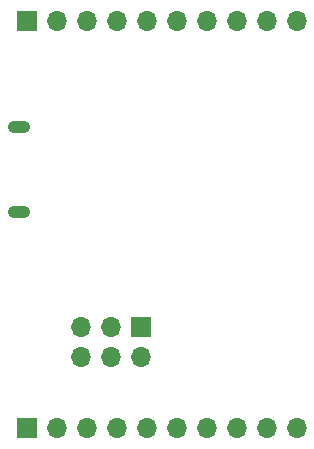
<source format=gbs>
G04 #@! TF.GenerationSoftware,KiCad,Pcbnew,8.0.1*
G04 #@! TF.CreationDate,2024-04-10T03:36:55-04:00*
G04 #@! TF.ProjectId,ieee_pcb_workshop,69656565-5f70-4636-925f-776f726b7368,rev?*
G04 #@! TF.SameCoordinates,Original*
G04 #@! TF.FileFunction,Soldermask,Bot*
G04 #@! TF.FilePolarity,Negative*
%FSLAX46Y46*%
G04 Gerber Fmt 4.6, Leading zero omitted, Abs format (unit mm)*
G04 Created by KiCad (PCBNEW 8.0.1) date 2024-04-10 03:36:55*
%MOMM*%
%LPD*%
G01*
G04 APERTURE LIST*
%ADD10R,1.700000X1.700000*%
%ADD11O,1.700000X1.700000*%
%ADD12O,1.900000X1.050000*%
G04 APERTURE END LIST*
D10*
X59817000Y-153924000D03*
D11*
X59817000Y-156464000D03*
X57277000Y-153924000D03*
X57277000Y-156464000D03*
X54737000Y-153924000D03*
X54737000Y-156464000D03*
D10*
X50130000Y-128000000D03*
D11*
X52670000Y-128000000D03*
X55210000Y-128000000D03*
X57750000Y-128000000D03*
X60290000Y-128000000D03*
X62830000Y-128000000D03*
X65370000Y-128000000D03*
X67910000Y-128000000D03*
X70450000Y-128000000D03*
X72990000Y-128000000D03*
D10*
X50130000Y-162500000D03*
D11*
X52670000Y-162500000D03*
X55210000Y-162500000D03*
X57750000Y-162500000D03*
X60290000Y-162500000D03*
X62830000Y-162500000D03*
X65370000Y-162500000D03*
X67910000Y-162500000D03*
X70450000Y-162500000D03*
X72990000Y-162500000D03*
D12*
X49459000Y-137032000D03*
X49459000Y-144182000D03*
M02*

</source>
